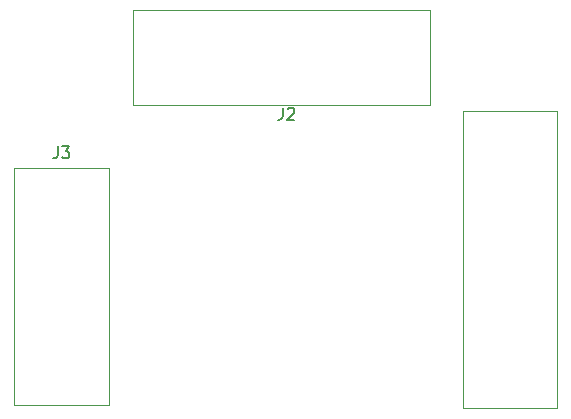
<source format=gbr>
%TF.GenerationSoftware,KiCad,Pcbnew,6.0.2+dfsg-1*%
%TF.CreationDate,2023-04-17T16:54:49+02:00*%
%TF.ProjectId,vl53l0x_conn_PCB,766c3533-6c30-4785-9f63-6f6e6e5f5043,rev?*%
%TF.SameCoordinates,Original*%
%TF.FileFunction,Legend,Top*%
%TF.FilePolarity,Positive*%
%FSLAX46Y46*%
G04 Gerber Fmt 4.6, Leading zero omitted, Abs format (unit mm)*
G04 Created by KiCad (PCBNEW 6.0.2+dfsg-1) date 2023-04-17 16:54:49*
%MOMM*%
%LPD*%
G01*
G04 APERTURE LIST*
%ADD10C,0.150000*%
%ADD11C,0.120000*%
G04 APERTURE END LIST*
D10*
%TO.C,J3*%
X30654666Y-32433380D02*
X30654666Y-33147666D01*
X30607047Y-33290523D01*
X30511809Y-33385761D01*
X30368952Y-33433380D01*
X30273714Y-33433380D01*
X31035619Y-32433380D02*
X31654666Y-32433380D01*
X31321333Y-32814333D01*
X31464190Y-32814333D01*
X31559428Y-32861952D01*
X31607047Y-32909571D01*
X31654666Y-33004809D01*
X31654666Y-33242904D01*
X31607047Y-33338142D01*
X31559428Y-33385761D01*
X31464190Y-33433380D01*
X31178476Y-33433380D01*
X31083238Y-33385761D01*
X31035619Y-33338142D01*
%TO.C,J2*%
X49704666Y-29170380D02*
X49704666Y-29884666D01*
X49657047Y-30027523D01*
X49561809Y-30122761D01*
X49418952Y-30170380D01*
X49323714Y-30170380D01*
X50133238Y-29265619D02*
X50180857Y-29218000D01*
X50276095Y-29170380D01*
X50514190Y-29170380D01*
X50609428Y-29218000D01*
X50657047Y-29265619D01*
X50704666Y-29360857D01*
X50704666Y-29456095D01*
X50657047Y-29598952D01*
X50085619Y-30170380D01*
X50704666Y-30170380D01*
D11*
%TO.C,J1*%
X64961000Y-29443000D02*
X72961000Y-29443000D01*
X72961000Y-29443000D02*
X72961000Y-54603000D01*
X72961000Y-54603000D02*
X64961000Y-54603000D01*
X64961000Y-54603000D02*
X64961000Y-29443000D01*
%TO.C,J3*%
X26988000Y-34251000D02*
X34988000Y-34251000D01*
X34988000Y-34251000D02*
X34988000Y-54331000D01*
X34988000Y-54331000D02*
X26988000Y-54331000D01*
X26988000Y-54331000D02*
X26988000Y-34251000D01*
%TO.C,J2*%
X37045000Y-28892000D02*
X62205000Y-28892000D01*
X62205000Y-28892000D02*
X62205000Y-20892000D01*
X62205000Y-20892000D02*
X37045000Y-20892000D01*
X37045000Y-20892000D02*
X37045000Y-28892000D01*
%TD*%
M02*

</source>
